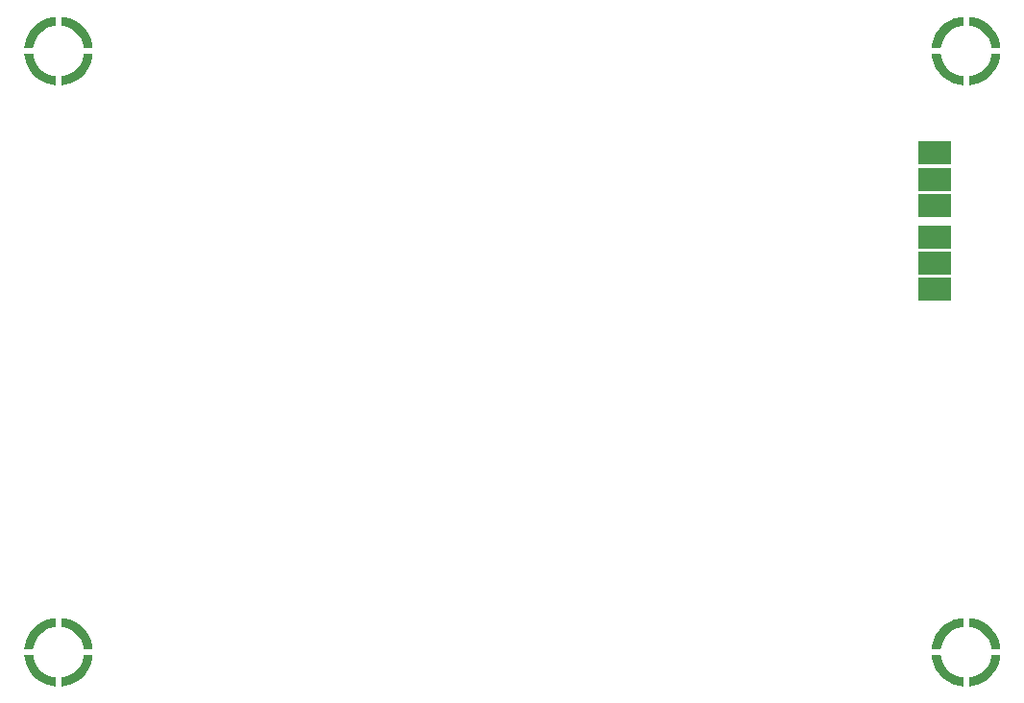
<source format=gbp>
G04*
G04 #@! TF.GenerationSoftware,Altium Limited,Altium Designer,21.9.2 (33)*
G04*
G04 Layer_Color=128*
%FSLAX25Y25*%
%MOIN*%
G70*
G04*
G04 #@! TF.SameCoordinates,7D1D80C0-A4A2-4293-B872-F3C3C3D81CEA*
G04*
G04*
G04 #@! TF.FilePolarity,Positive*
G04*
G01*
G75*
%ADD106R,0.11811X0.07874*%
G36*
X11806Y38380D02*
X11856Y37328D01*
X12340Y35279D01*
X13192Y33352D01*
X14383Y31615D01*
X15873Y30126D01*
X17610Y28935D01*
X19536Y28083D01*
X21586Y27598D01*
X22638Y27548D01*
X22638Y27548D01*
X22638Y30577D01*
X21894Y30672D01*
X20447Y31056D01*
X19089Y31687D01*
X17861Y32545D01*
X16802Y33604D01*
X15944Y34831D01*
X15314Y36190D01*
X14930Y37637D01*
X14834Y38380D01*
X14834Y38380D01*
X11806D01*
D02*
G37*
G36*
X24612Y27554D02*
X25664Y27604D01*
X27714Y28088D01*
X29640Y28940D01*
X31377Y30131D01*
X32866Y31621D01*
X34057Y33358D01*
X34909Y35284D01*
X35394Y37334D01*
X35444Y38386D01*
X35444Y38386D01*
X32415Y38386D01*
X32320Y37642D01*
X31936Y36195D01*
X31305Y34837D01*
X30447Y33609D01*
X29388Y32550D01*
X28161Y31692D01*
X26803Y31062D01*
X25355Y30678D01*
X24612Y30582D01*
X24612Y30582D01*
X24612Y27554D01*
D02*
G37*
G36*
X22632Y51187D02*
X21580Y51136D01*
X19531Y50652D01*
X17604Y49800D01*
X15867Y48609D01*
X14378Y47120D01*
X13187Y45382D01*
X12335Y43456D01*
X11850Y41406D01*
X11800Y40354D01*
X11800Y40354D01*
X14829D01*
X14924Y41098D01*
X15308Y42545D01*
X15939Y43903D01*
X16797Y45131D01*
X17856Y46190D01*
X19083Y47048D01*
X20441Y47678D01*
X21889Y48062D01*
X22632Y48158D01*
X22632Y48158D01*
Y51187D01*
D02*
G37*
G36*
X35428Y40370D02*
X35377Y41422D01*
X34893Y43472D01*
X34041Y45398D01*
X32850Y47135D01*
X31361Y48625D01*
X29623Y49815D01*
X27697Y50668D01*
X25647Y51152D01*
X24595Y51202D01*
X24595Y51202D01*
Y48173D01*
X25339Y48078D01*
X26786Y47694D01*
X28145Y47063D01*
X29372Y46205D01*
X30431Y45147D01*
X31289Y43919D01*
X31920Y42561D01*
X32303Y41113D01*
X32399Y40370D01*
X32399Y40370D01*
X35428Y40370D01*
D02*
G37*
G36*
X11806Y247042D02*
X11856Y245990D01*
X12340Y243940D01*
X13192Y242014D01*
X14383Y240277D01*
X15873Y238787D01*
X17610Y237596D01*
X19536Y236744D01*
X21586Y236260D01*
X22638Y236210D01*
X22638Y236210D01*
X22638Y239238D01*
X21894Y239334D01*
X20447Y239718D01*
X19089Y240348D01*
X17861Y241206D01*
X16802Y242265D01*
X15944Y243493D01*
X15314Y244851D01*
X14930Y246299D01*
X14834Y247042D01*
X14834Y247042D01*
X11806D01*
D02*
G37*
G36*
X24612Y236215D02*
X25664Y236265D01*
X27714Y236750D01*
X29640Y237602D01*
X31377Y238793D01*
X32866Y240282D01*
X34057Y242019D01*
X34909Y243946D01*
X35394Y245995D01*
X35444Y247047D01*
X35444Y247047D01*
X32415Y247047D01*
X32320Y246304D01*
X31936Y244856D01*
X31305Y243498D01*
X30447Y242271D01*
X29388Y241212D01*
X28161Y240354D01*
X26803Y239723D01*
X25355Y239339D01*
X24612Y239244D01*
X24612Y239244D01*
X24612Y236215D01*
D02*
G37*
G36*
X22632Y259848D02*
X21580Y259798D01*
X19531Y259313D01*
X17604Y258461D01*
X15867Y257270D01*
X14378Y255781D01*
X13187Y254044D01*
X12335Y252117D01*
X11850Y250068D01*
X11800Y249016D01*
X11800Y249016D01*
X14829D01*
X14924Y249759D01*
X15308Y251207D01*
X15939Y252565D01*
X16797Y253792D01*
X17856Y254851D01*
X19083Y255709D01*
X20441Y256340D01*
X21889Y256724D01*
X22632Y256819D01*
X22632Y256819D01*
Y259848D01*
D02*
G37*
G36*
X35428Y249031D02*
X35377Y250083D01*
X34893Y252133D01*
X34041Y254059D01*
X32850Y255797D01*
X31361Y257286D01*
X29623Y258477D01*
X27697Y259329D01*
X25647Y259813D01*
X24595Y259863D01*
X24595Y259864D01*
Y256835D01*
X25339Y256739D01*
X26786Y256356D01*
X28145Y255725D01*
X29372Y254867D01*
X30431Y253808D01*
X31289Y252580D01*
X31920Y251222D01*
X32303Y249775D01*
X32399Y249031D01*
X32399Y249031D01*
X35428Y249031D01*
D02*
G37*
G36*
X326766Y38380D02*
X326816Y37328D01*
X327301Y35279D01*
X328153Y33352D01*
X329344Y31615D01*
X330833Y30126D01*
X332571Y28935D01*
X334497Y28083D01*
X336546Y27598D01*
X337598Y27548D01*
X337598Y27548D01*
X337598Y30577D01*
X336855Y30672D01*
X335408Y31056D01*
X334049Y31687D01*
X332822Y32545D01*
X331763Y33604D01*
X330905Y34831D01*
X330274Y36190D01*
X329890Y37637D01*
X329795Y38380D01*
X329795Y38380D01*
X326766D01*
D02*
G37*
G36*
X339572Y27554D02*
X340624Y27604D01*
X342674Y28088D01*
X344600Y28940D01*
X346338Y30131D01*
X347827Y31621D01*
X349018Y33358D01*
X349870Y35284D01*
X350354Y37334D01*
X350405Y38386D01*
X350405Y38386D01*
X347376Y38386D01*
X347280Y37642D01*
X346896Y36195D01*
X346266Y34837D01*
X345408Y33609D01*
X344349Y32550D01*
X343122Y31692D01*
X341763Y31062D01*
X340316Y30678D01*
X339572Y30582D01*
X339572Y30582D01*
X339572Y27554D01*
D02*
G37*
G36*
X337593Y51187D02*
X336541Y51136D01*
X334491Y50652D01*
X332565Y49800D01*
X330828Y48609D01*
X329338Y47120D01*
X328148Y45382D01*
X327295Y43456D01*
X326811Y41406D01*
X326761Y40354D01*
X326761Y40354D01*
X329789D01*
X329885Y41098D01*
X330269Y42545D01*
X330900Y43903D01*
X331757Y45131D01*
X332816Y46190D01*
X334044Y47048D01*
X335402Y47678D01*
X336850Y48062D01*
X337593Y48158D01*
X337593Y48158D01*
Y51187D01*
D02*
G37*
G36*
X350388Y40370D02*
X350338Y41422D01*
X349854Y43472D01*
X349002Y45398D01*
X347811Y47135D01*
X346321Y48625D01*
X344584Y49815D01*
X342658Y50668D01*
X340608Y51152D01*
X339556Y51202D01*
X339556Y51202D01*
Y48173D01*
X340299Y48078D01*
X341747Y47694D01*
X343105Y47063D01*
X344333Y46205D01*
X345392Y45147D01*
X346250Y43919D01*
X346880Y42561D01*
X347264Y41113D01*
X347359Y40370D01*
X347360Y40370D01*
X350388Y40370D01*
D02*
G37*
G36*
X326766Y247042D02*
X326816Y245990D01*
X327301Y243940D01*
X328153Y242014D01*
X329344Y240277D01*
X330833Y238787D01*
X332571Y237596D01*
X334497Y236744D01*
X336546Y236260D01*
X337598Y236210D01*
X337598Y236210D01*
X337598Y239238D01*
X336855Y239334D01*
X335408Y239718D01*
X334049Y240348D01*
X332822Y241206D01*
X331763Y242265D01*
X330905Y243493D01*
X330274Y244851D01*
X329890Y246299D01*
X329795Y247042D01*
X329795Y247042D01*
X326766D01*
D02*
G37*
G36*
X339572Y236215D02*
X340624Y236265D01*
X342674Y236750D01*
X344600Y237602D01*
X346338Y238793D01*
X347827Y240282D01*
X349018Y242019D01*
X349870Y243946D01*
X350354Y245995D01*
X350405Y247047D01*
X350405Y247047D01*
X347376Y247047D01*
X347280Y246304D01*
X346896Y244856D01*
X346266Y243498D01*
X345408Y242271D01*
X344349Y241212D01*
X343122Y240354D01*
X341763Y239723D01*
X340316Y239339D01*
X339572Y239244D01*
X339572Y239244D01*
X339572Y236215D01*
D02*
G37*
G36*
X337593Y259848D02*
X336541Y259798D01*
X334491Y259313D01*
X332565Y258461D01*
X330828Y257270D01*
X329338Y255781D01*
X328148Y254044D01*
X327295Y252117D01*
X326811Y250068D01*
X326761Y249016D01*
X326761Y249016D01*
X329789D01*
X329885Y249759D01*
X330269Y251207D01*
X330900Y252565D01*
X331757Y253792D01*
X332816Y254851D01*
X334044Y255709D01*
X335402Y256340D01*
X336850Y256724D01*
X337593Y256819D01*
X337593Y256819D01*
Y259848D01*
D02*
G37*
G36*
X350388Y249031D02*
X350338Y250083D01*
X349854Y252133D01*
X349002Y254059D01*
X347811Y255797D01*
X346321Y257286D01*
X344584Y258477D01*
X342658Y259329D01*
X340608Y259813D01*
X339556Y259863D01*
X339556Y259864D01*
Y256835D01*
X340299Y256739D01*
X341747Y256356D01*
X343105Y255725D01*
X344333Y254867D01*
X345392Y253808D01*
X346250Y252580D01*
X346880Y251222D01*
X347264Y249775D01*
X347359Y249031D01*
X347360Y249031D01*
X350388Y249031D01*
D02*
G37*
D106*
X327559Y174409D02*
D03*
Y183465D02*
D03*
Y165354D02*
D03*
Y203543D02*
D03*
Y212598D02*
D03*
Y194488D02*
D03*
M02*

</source>
